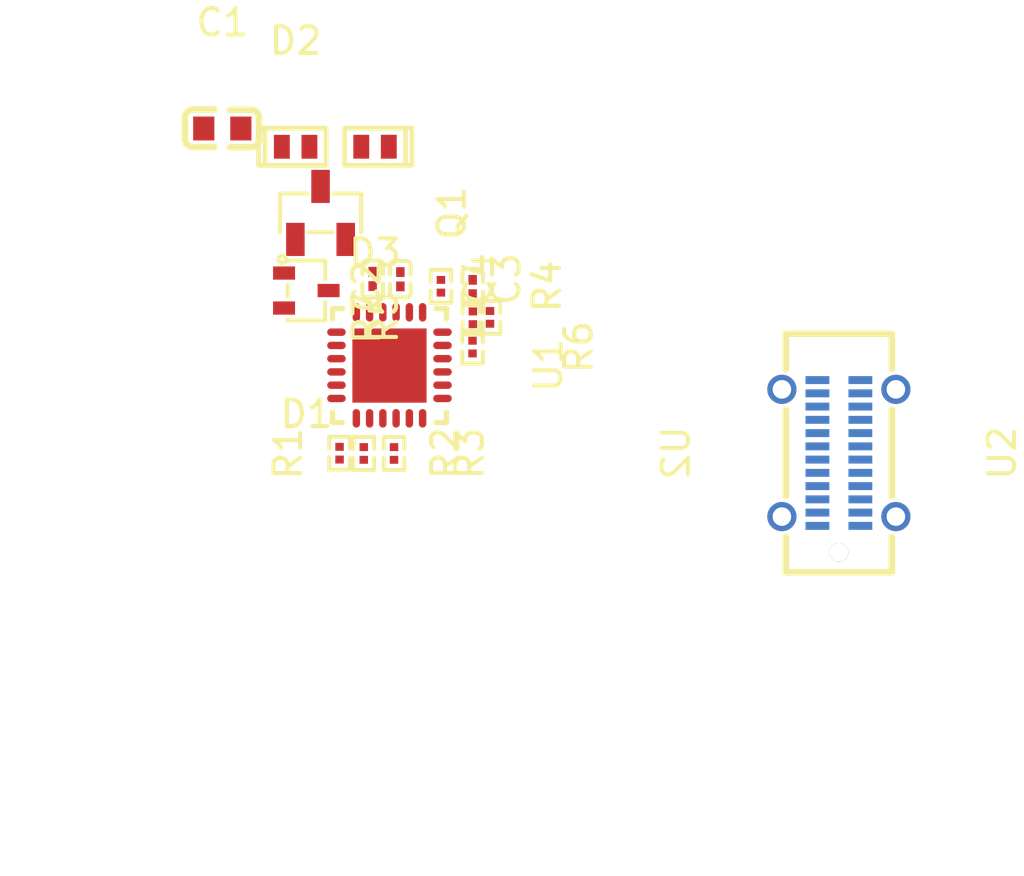
<source format=kicad_pcb>
(kicad_pcb (version 20240108) (generator "pcbnew") (generator_version "8.0")
  (layers (0 "F.Cu" signal) (31 "B.Cu" signal) (34 "B.Paste" user) (35 "F.Paste" user) (36 "B.SilkS" user "B.Silkscreen") (37 "F.SilkS" user "F.Silkscreen") (38 "B.Mask" user) (39 "F.Mask" user) (44 "Edge.Cuts" user))
  (net 0 "")
  (net 1 "hv")
  (net 2 "PD_CONTROLLER.footprint.pins[18].net-net")
  (net 3 "sstxn2")
  (net 4 "alert")
  (net 5 "USB_CONNECTOR-signal-1")
  (net 6 "a_b_side")
  (net 7 "gpio")
  (net 8 "I2C_SCL")
  (net 9 "sstxn1")
  (net 10 "attach")
  (net 11 "USB_CONNECTOR.connector-net")
  (net 12 "power_ok3")
  (net 13 "sstxp1")
  (net 14 "lv")
  (net 15 "net-4")
  (net 16 "net")
  (net 17 "power_ok2")
  (net 18 "USB_CONNECTOR-signal")
  (net 19 "VREG_2V7")
  (net 20 "CC1")
  (net 21 "CC2")
  (net 22 "USB_CONNECTOR-net-1")
  (net 23 "I2C_SDA")
  (net 24 "USB_CONNECTOR-net")
  (net 25 "ssrxp2")
  (net 26 "sstxp2")
  (net 27 "VBUS")
  (net 28 "VREG_1V2")
  (net 29 "net-1")
  (net 30 "net-3")
  (net 31 "VSINK_VCC")
  (net 32 "ssrxn2")
  (net 33 "ssrxn1")
  (net 34 "net-2")
  (net 35 "USB_CONNECTOR.connector-net-1")
  (net 36 "ssrxp1")
  (footprint "lcsc:DFN1610-2_L1.6-W1.0-P1.05-RD" (layer "F.Cu") (at 135.587283 99.861479)
    (property "Reference" "D2" (at 0 -4 360) (layer "F.SilkS"))
    (property "Value" "")
    (fp_line (start -1.4 -0.7) (end -1.4 0.7) (stroke (width 0.18)) (layer "F.SilkS"))
    (fp_line (start -1.4 -0.7) (end 1.15 -0.7) (stroke (width 0.18)) (layer "F.SilkS"))
    (fp_line (start -1.4 0.7) (end 1.15 0.7) (stroke (width 0.18)) (layer "F.SilkS"))
    (fp_line (start -1.15 -0.7) (end -1.15 0.7) (stroke (width 0.18)) (layer "F.SilkS"))
    (fp_line (start 1.15 -0.7) (end 1.15 0.7) (stroke (width 0.18)) (layer "F.SilkS"))
    (fp_text user "${REFERENCE}" (at 0 -4 0) (layer "F.SilkS"))
    (pad "1" smd rect (at -0.52 0 90) (size 0.9 0.6) (layers "F.Cu" "F.Paste" "F.Mask") (net 27 "VBUS"))
    (pad "2" smd rect (at 0.52 0 90) (size 0.9 0.6) (layers "F.Cu" "F.Paste" "F.Mask") (net 14 "lv"))
  )
  (footprint "lcsc:SOT-323-3_L2.1-W1.3-P1.32-LS2.1-BR" (layer "F.Cu") (at 135.99004 105.285141 180)
    (property "Reference" "D1" (at 0 -4.66 360) (layer "F.SilkS"))
    (property "Value" "ESDA25W")
    (fp_line (start 0.7 1.13) (end -0.71 1.13) (stroke (width 0.15)) (layer "F.SilkS"))
    (fp_line (start 0.7 1.09) (end 0.7 1.13) (stroke (width 0.15)) (layer "F.SilkS"))
    (fp_line (start 0.7 -0.23) (end 0.7 0.23) (stroke (width 0.15)) (layer "F.SilkS"))
    (fp_line (start 0.7 -1.13) (end 0.7 -1.09) (stroke (width 0.15)) (layer "F.SilkS"))
    (fp_line (start 0.7 -1.13) (end -0.71 -1.13) (stroke (width 0.15)) (layer "F.SilkS"))
    (fp_line (start -0.71 1.13) (end -0.71 0.43) (stroke (width 0.15)) (layer "F.SilkS"))
    (fp_line (start -0.71 -0.43) (end -0.71 -0.9) (stroke (width 0.15)) (layer "F.SilkS"))
    (fp_line (start -0.71 -1.13) (end -0.71 -0.9) (stroke (width 0.15)) (layer "F.SilkS"))
    (fp_circle (center 0.91 1.18) (end 0.98 1.18) (stroke (width 0.15)) (fill none) (layer "F.SilkS"))
    (fp_text user "${REFERENCE}" (at 0 -4.66 180) (layer "F.SilkS"))
    (pad "1" smd rect (at 0.84 0.66 270) (size 0.5 0.83) (layers "F.Cu" "F.Paste" "F.Mask") (net 20 "CC1"))
    (pad "2" smd rect (at 0.84 -0.66 270) (size 0.5 0.83) (layers "F.Cu" "F.Paste" "F.Mask") (net 21 "CC2"))
    (pad "3" smd rect (at -0.84 0 270) (size 0.5 0.83) (layers "F.Cu" "F.Paste" "F.Mask") (net 14 "lv"))
  )
  (footprint "lcsc:R0201" (layer "F.Cu") (at 138.15782 111.431329 -90)
    (property "Reference" "R3" (at 0 -4 90) (layer "F.SilkS"))
    (property "Value" "4.7kΩ ±1% 50mW")
    (fp_line (start -0.62 0.39) (end -0.62 -0.39) (stroke (width 0.15)) (layer "F.SilkS"))
    (fp_line (start -0.17 0.39) (end -0.62 0.39) (stroke (width 0.15)) (layer "F.SilkS"))
    (fp_line (start 0.17 0.39) (end 0.62 0.39) (stroke (width 0.15)) (layer "F.SilkS"))
    (fp_line (start 0.62 0.39) (end 0.62 -0.39) (stroke (width 0.15)) (layer "F.SilkS"))
    (fp_line (start -0.62 -0.39) (end -0.17 -0.39) (stroke (width 0.15)) (layer "F.SilkS"))
    (fp_line (start 0.62 -0.39) (end 0.17 -0.39) (stroke (width 0.15)) (layer "F.SilkS"))
    (fp_text user "${REFERENCE}" (at 0 -4 -90) (layer "F.SilkS"))
    (pad "1" smd rect (at -0.24 0 270) (size 0.3 0.32) (layers "F.Cu" "F.Paste" "F.Mask") (net 23 "I2C_SDA"))
    (pad "2" smd rect (at 0.24 0 270) (size 0.3 0.32) (layers "F.Cu" "F.Paste" "F.Mask") (net 1 "hv"))
  )
  (footprint "lcsc:C0201" (layer "F.Cu") (at 142.265173 105.151457 90)
    (property "Reference" "C2" (at 0 -4 90) (layer "F.SilkS"))
    (property "Value" "100nF ±10% 10V X5R")
    (fp_line (start 0.53 -0.39) (end 0.17 -0.39) (stroke (width 0.15)) (layer "F.SilkS"))
    (fp_line (start -0.53 -0.39) (end -0.17 -0.39) (stroke (width 0.15)) (layer "F.SilkS"))
    (fp_line (start 0.69 0.24) (end 0.69 -0.24) (stroke (width 0.15)) (layer "F.SilkS"))
    (fp_line (start -0.69 0.24) (end -0.69 -0.24) (stroke (width 0.15)) (layer "F.SilkS"))
    (fp_line (start 0.17 0.39) (end 0.53 0.39) (stroke (width 0.15)) (layer "F.SilkS"))
    (fp_line (start -0.17 0.39) (end -0.53 0.39) (stroke (width 0.15)) (layer "F.SilkS"))
    (fp_arc (start 0.53 -0.39) (mid 0.642835 -0.349658) (end 0.690333 -0.239643) (stroke (width 0.15)) (layer "F.SilkS"))
    (fp_arc (start -0.690333 -0.239643) (mid -0.642835 -0.349658) (end -0.53 -0.39) (stroke (width 0.15)) (layer "F.SilkS"))
    (fp_arc (start 0.69 0.24) (mid 0.642348 0.349658) (end 0.529667 0.389644) (stroke (width 0.15)) (layer "F.SilkS"))
    (fp_arc (start -0.529667 0.389644) (mid -0.642347 0.349658) (end -0.69 0.24) (stroke (width 0.15)) (layer "F.SilkS"))
    (fp_text user "${REFERENCE}" (at 0 -4 90) (layer "F.SilkS"))
    (pad "1" smd rect (at -0.27 0 270) (size 0.37 0.32) (layers "F.Cu" "F.Paste" "F.Mask") (net 16 "net"))
    (pad "2" smd rect (at 0.27 0 270) (size 0.37 0.32) (layers "F.Cu" "F.Paste" "F.Mask") (net 27 "VBUS"))
  )
  (footprint "lcsc:C0603" (layer "F.Cu") (at 132.820111 99.171928)
    (property "Reference" "C1" (at 0 -4 360) (layer "F.SilkS"))
    (property "Value" "4.7µF ±10% 35V X5R")
    (fp_line (start -1.41 -0.41) (end -1.41 0.39) (stroke (width 0.25)) (layer "F.SilkS"))
    (fp_line (start -0.3 -0.72) (end -1.1 -0.72) (stroke (width 0.25)) (layer "F.SilkS"))
    (fp_line (start -0.3 0.7) (end -1.1 0.7) (stroke (width 0.25)) (layer "F.SilkS"))
    (fp_line (start 0.28 -0.71) (end 1.08 -0.71) (stroke (width 0.25)) (layer "F.SilkS"))
    (fp_line (start 0.28 0.71) (end 1.08 0.71) (stroke (width 0.25)) (layer "F.SilkS"))
    (fp_line (start 1.39 -0.4) (end 1.39 0.4) (stroke (width 0.25)) (layer "F.SilkS"))
    (fp_arc (start -1.41 -0.41) (mid -1.319203 -0.629203) (end -1.1 -0.72) (stroke (width 0.25)) (layer "F.SilkS"))
    (fp_arc (start -1.1 0.7) (mid -1.319203 0.609203) (end -1.41 0.39) (stroke (width 0.25)) (layer "F.SilkS"))
    (fp_arc (start 1.08 -0.71) (mid 1.299203 -0.619203) (end 1.39 -0.4) (stroke (width 0.25)) (layer "F.SilkS"))
    (fp_arc (start 1.39 0.4) (mid 1.299203 0.619203) (end 1.08 0.71) (stroke (width 0.25)) (layer "F.SilkS"))
    (fp_text user "${REFERENCE}" (at 0 -4 0) (layer "F.SilkS"))
    (pad "1" smd rect (at -0.7 0) (size 0.8 0.9) (layers "F.Cu" "F.Paste" "F.Mask") (net 14 "lv"))
    (pad "2" smd rect (at 0.7 0) (size 0.8 0.9) (layers "F.Cu" "F.Paste" "F.Mask") (net 27 "VBUS"))
  )
  (footprint "lcsc:C0201" (layer "F.Cu") (at 138.493398 104.846884 -90)
    (property "Reference" "C4" (at 0 -4 90) (layer "F.SilkS"))
    (property "Value" "1µF ±20% 6.3V X5R")
    (fp_line (start -0.17 0.39) (end -0.53 0.39) (stroke (width 0.15)) (layer "F.SilkS"))
    (fp_line (start 0.17 0.39) (end 0.53 0.39) (stroke (width 0.15)) (layer "F.SilkS"))
    (fp_line (start -0.69 0.24) (end -0.69 -0.24) (stroke (width 0.15)) (layer "F.SilkS"))
    (fp_line (start 0.69 0.24) (end 0.69 -0.24) (stroke (width 0.15)) (layer "F.SilkS"))
    (fp_line (start -0.53 -0.39) (end -0.17 -0.39) (stroke (width 0.15)) (layer "F.SilkS"))
    (fp_line (start 0.53 -0.39) (end 0.17 -0.39) (stroke (width 0.15)) (layer "F.SilkS"))
    (fp_arc (start -0.529667 0.389644) (mid -0.642347 0.349658) (end -0.69 0.24) (stroke (width 0.15)) (layer "F.SilkS"))
    (fp_arc (start 0.69 0.24) (mid 0.642348 0.349658) (end 0.529667 0.389644) (stroke (width 0.15)) (layer "F.SilkS"))
    (fp_arc (start -0.690333 -0.239643) (mid -0.642835 -0.349658) (end -0.53 -0.39) (stroke (width 0.15)) (layer "F.SilkS"))
    (fp_arc (start 0.53 -0.39) (mid 0.642835 -0.349658) (end 0.690333 -0.239643) (stroke (width 0.15)) (layer "F.SilkS"))
    (fp_text user "${REFERENCE}" (at 0 -4 -90) (layer "F.SilkS"))
    (pad "1" smd rect (at -0.27 0 270) (size 0.37 0.32) (layers "F.Cu" "F.Paste" "F.Mask") (net 14 "lv"))
    (pad "2" smd rect (at 0.27 0 270) (size 0.37 0.32) (layers "F.Cu" "F.Paste" "F.Mask") (net 19 "VREG_2V7"))
  )
  (footprint "lcsc:R0201" (layer "F.Cu") (at 139.299319 111.431531 90)
    (property "Reference" "R1" (at 0 -4 90) (layer "F.SilkS"))
    (property "Value" "1kΩ ±1% 50mW")
    (fp_line (start 0.62 -0.39) (end 0.17 -0.39) (stroke (width 0.15)) (layer "F.SilkS"))
    (fp_line (start -0.62 -0.39) (end -0.17 -0.39) (stroke (width 0.15)) (layer "F.SilkS"))
    (fp_line (start 0.62 0.39) (end 0.62 -0.39) (stroke (width 0.15)) (layer "F.SilkS"))
    (fp_line (start 0.17 0.39) (end 0.62 0.39) (stroke (width 0.15)) (layer "F.SilkS"))
    (fp_line (start -0.17 0.39) (end -0.62 0.39) (stroke (width 0.15)) (layer "F.SilkS"))
    (fp_line (start -0.62 0.39) (end -0.62 -0.39) (stroke (width 0.15)) (layer "F.SilkS"))
    (fp_text user "${REFERENCE}" (at 0 -4 90) (layer "F.SilkS"))
    (pad "1" smd rect (at -0.24 0 90) (size 0.3 0.32) (layers "F.Cu" "F.Paste" "F.Mask") (net 27 "VBUS"))
    (pad "2" smd rect (at 0.24 0 90) (size 0.3 0.32) (layers "F.Cu" "F.Paste" "F.Mask") (net 29 "net-1"))
  )
  (footprint "lcsc:SOT-23-3_L2.9-W1.3-P1.90-LS2.4-BR-1" (layer "F.Cu") (at 136.527456 102.356702 -90)
    (property "Reference" "Q1" (at 0 -4.95 90) (layer "F.SilkS"))
    (property "Value" "MOSFET")
    (fp_line (start -0.73 1.53) (end -0.73 0.49) (stroke (width 0.15)) (layer "F.SilkS"))
    (fp_line (start 0.73 1.53) (end -0.73 1.53) (stroke (width 0.15)) (layer "F.SilkS"))
    (fp_line (start 0.73 -0.46) (end 0.73 0.46) (stroke (width 0.15)) (layer "F.SilkS"))
    (fp_line (start -0.73 -1.53) (end -0.73 -0.49) (stroke (width 0.15)) (layer "F.SilkS"))
    (fp_line (start 0.73 -1.53) (end -0.73 -1.53) (stroke (width 0.15)) (layer "F.SilkS"))
    (fp_text user "${REFERENCE}" (at 0 -4.95 -90) (layer "F.SilkS"))
    (pad "1" smd rect (at 1 0.95 270) (size 1.25 0.7) (layers "F.Cu" "F.Paste" "F.Mask") (net 15 "net-4"))
    (pad "2" smd rect (at 1 -0.95 270) (size 1.25 0.7) (layers "F.Cu" "F.Paste" "F.Mask") (net 27 "VBUS"))
    (pad "3" smd rect (at -1 0 270) (size 1.25 0.7) (layers "F.Cu" "F.Paste" "F.Mask") (net 31 "VSINK_VCC"))
  )
  (footprint "lcsc:R0201" (layer "F.Cu") (at 141.068629 105.124169 -90)
    (property "Reference" "R4" (at 0 -4 90) (layer "F.SilkS"))
    (property "Value" "1kΩ ±1% 50mW")
    (fp_line (start -0.62 0.39) (end -0.62 -0.39) (stroke (width 0.15)) (layer "F.SilkS"))
    (fp_line (start -0.17 0.39) (end -0.62 0.39) (stroke (width 0.15)) (layer "F.SilkS"))
    (fp_line (start 0.17 0.39) (end 0.62 0.39) (stroke (width 0.15)) (layer "F.SilkS"))
    (fp_line (start 0.62 0.39) (end 0.62 -0.39) (stroke (width 0.15)) (layer "F.SilkS"))
    (fp_line (start -0.62 -0.39) (end -0.17 -0.39) (stroke (width 0.15)) (layer "F.SilkS"))
    (fp_line (start 0.62 -0.39) (end 0.17 -0.39) (stroke (width 0.15)) (layer "F.SilkS"))
    (fp_text user "${REFERENCE}" (at 0 -4 -90) (layer "F.SilkS"))
    (pad "1" smd rect (at -0.24 0 270) (size 0.3 0.32) (layers "F.Cu" "F.Paste" "F.Mask") (net 27 "VBUS"))
    (pad "2" smd rect (at 0.24 0 270) (size 0.3 0.32) (layers "F.Cu" "F.Paste" "F.Mask") (net 30 "net-3"))
  )
  (footprint "lcsc:R0201" (layer "F.Cu") (at 142.261243 107.418269 -90)
    (property "Reference" "R6" (at 0 -4 90) (layer "F.SilkS"))
    (property "Value" "22.1kΩ ±1% 50mW")
    (fp_line (start -0.62 0.39) (end -0.62 -0.39) (stroke (width 0.15)) (layer "F.SilkS"))
    (fp_line (start -0.17 0.39) (end -0.62 0.39) (stroke (width 0.15)) (layer "F.SilkS"))
    (fp_line (start 0.17 0.39) (end 0.62 0.39) (stroke (width 0.15)) (layer "F.SilkS"))
    (fp_line (start 0.62 0.39) (end 0.62 -0.39) (stroke (width 0.15)) (layer "F.SilkS"))
    (fp_line (start -0.62 -0.39) (end -0.17 -0.39) (stroke (width 0.15)) (layer "F.SilkS"))
    (fp_line (start 0.62 -0.39) (end 0.17 -0.39) (stroke (width 0.15)) (layer "F.SilkS"))
    (fp_text user "${REFERENCE}" (at 0 -4 -90) (layer "F.SilkS"))
    (pad "1" smd rect (at -0.24 0 270) (size 0.3 0.32) (layers "F.Cu" "F.Paste" "F.Mask") (net 15 "net-4"))
    (pad "2" smd rect (at 0.24 0 270) (size 0.3 0.32) (layers "F.Cu" "F.Paste" "F.Mask") (net 34 "net-2"))
  )
  (footprint "lcsc:R0201" (layer "F.Cu") (at 142.920012 106.297619 90)
    (property "Reference" "R5" (at 0 -4 90) (layer "F.SilkS"))
    (property "Value" "100kΩ ±1% 50mW")
    (fp_line (start 0.62 -0.39) (end 0.17 -0.39) (stroke (width 0.15)) (layer "F.SilkS"))
    (fp_line (start -0.62 -0.39) (end -0.17 -0.39) (stroke (width 0.15)) (layer "F.SilkS"))
    (fp_line (start 0.62 0.39) (end 0.62 -0.39) (stroke (width 0.15)) (layer "F.SilkS"))
    (fp_line (start 0.17 0.39) (end 0.62 0.39) (stroke (width 0.15)) (layer "F.SilkS"))
    (fp_line (start -0.17 0.39) (end -0.62 0.39) (stroke (width 0.15)) (layer "F.SilkS"))
    (fp_line (start -0.62 0.39) (end -0.62 -0.39) (stroke (width 0.15)) (layer "F.SilkS"))
    (fp_text user "${REFERENCE}" (at 0 -4 90) (layer "F.SilkS"))
    (pad "1" smd rect (at -0.24 0 90) (size 0.3 0.32) (layers "F.Cu" "F.Paste" "F.Mask") (net 15 "net-4"))
    (pad "2" smd rect (at 0.24 0 90) (size 0.3 0.32) (layers "F.Cu" "F.Paste" "F.Mask") (net 31 "VSINK_VCC"))
  )
  (footprint "lcsc:R0201" (layer "F.Cu") (at 137.244132 111.422183 -90)
    (property "Reference" "R2" (at 0 -4 90) (layer "F.SilkS"))
    (property "Value" "4.7kΩ ±1% 50mW")
    (fp_line (start -0.62 0.39) (end -0.62 -0.39) (stroke (width 0.15)) (layer "F.SilkS"))
    (fp_line (start -0.17 0.39) (end -0.62 0.39) (stroke (width 0.15)) (layer "F.SilkS"))
    (fp_line (start 0.17 0.39) (end 0.62 0.39) (stroke (width 0.15)) (layer "F.SilkS"))
    (fp_line (start 0.62 0.39) (end 0.62 -0.39) (stroke (width 0.15)) (layer "F.SilkS"))
    (fp_line (start -0.62 -0.39) (end -0.17 -0.39) (stroke (width 0.15)) (layer "F.SilkS"))
    (fp_line (start 0.62 -0.39) (end 0.17 -0.39) (stroke (width 0.15)) (layer "F.SilkS"))
    (fp_text user "${REFERENCE}" (at 0 -4 -90) (layer "F.SilkS"))
    (pad "1" smd rect (at -0.24 0 270) (size 0.3 0.32) (layers "F.Cu" "F.Paste" "F.Mask") (net 8 "I2C_SCL"))
    (pad "2" smd rect (at 0.24 0 270) (size 0.3 0.32) (layers "F.Cu" "F.Paste" "F.Mask") (net 1 "hv"))
  )
  (footprint "lcsc:QFN-24_L4.0-W4.0-P0.50-BL-EP2.8" (layer "F.Cu") (at 139.127377 108.106122 -90)
    (property "Reference" "U1" (at 0 -6 90) (layer "F.SilkS"))
    (property "Value" "STUSB4500QTR")
    (fp_line (start -2.14 2.15) (end -2.14 1.75) (stroke (width 0.2)) (layer "F.SilkS"))
    (fp_line (start -1.74 2.15) (end -2.14 2.15) (stroke (width 0.2)) (layer "F.SilkS"))
    (fp_line (start 2.16 2.15) (end 1.76 2.15) (stroke (width 0.2)) (layer "F.SilkS"))
    (fp_line (start 2.16 1.75) (end 2.16 2.15) (stroke (width 0.2)) (layer "F.SilkS"))
    (fp_line (start -2.14 -1.75) (end -2.14 -2.15) (stroke (width 0.2)) (layer "F.SilkS"))
    (fp_line (start 2.16 -1.75) (end 2.16 -2.15) (stroke (width 0.2)) (layer "F.SilkS"))
    (fp_line (start -2.14 -2.15) (end -1.74 -2.15) (stroke (width 0.2)) (layer "F.SilkS"))
    (fp_line (start 2.16 -2.15) (end 1.76 -2.15) (stroke (width 0.2)) (layer "F.SilkS"))
    (fp_text user "${REFERENCE}" (at 0 -6 -90) (layer "F.SilkS"))
    (pad "1" smd oval (at -1.25 2 90) (size 0.28 0.7) (layers "F.Cu" "F.Paste" "F.Mask") (net 20 "CC1"))
    (pad "2" smd oval (at -0.75 2 90) (size 0.28 0.7) (layers "F.Cu" "F.Paste" "F.Mask") (net 20 "CC1"))
    (pad "3" smd oval (at -0.25 2 90) (size 0.28 0.7) (layers "F.Cu" "F.Paste" "F.Mask") (net 2 "PD_CONTROLLER.footprint.pins[18].net-net"))
    (pad "4" smd oval (at 0.25 2 90) (size 0.28 0.7) (layers "F.Cu" "F.Paste" "F.Mask") (net 21 "CC2"))
    (pad "5" smd oval (at 0.75 2 90) (size 0.28 0.7) (layers "F.Cu" "F.Paste" "F.Mask") (net 21 "CC2"))
    (pad "6" smd oval (at 1.25 2 90) (size 0.28 0.7) (layers "F.Cu" "F.Paste" "F.Mask") (net 14 "lv"))
    (pad "7" smd oval (at 2 1.25) (size 0.28 0.7) (layers "F.Cu" "F.Paste" "F.Mask") (net 8 "I2C_SCL"))
    (pad "8" smd oval (at 2 0.75) (size 0.28 0.7) (layers "F.Cu" "F.Paste" "F.Mask") (net 23 "I2C_SDA"))
    (pad "9" smd oval (at 2 0.25) (size 0.28 0.7) (layers "F.Cu" "F.Paste" "F.Mask") (net 29 "net-1"))
    (pad "10" smd oval (at 2 -0.25) (size 0.28 0.7) (layers "F.Cu" "F.Paste" "F.Mask") (net 14 "lv"))
    (pad "11" smd oval (at 2 -0.75) (size 0.28 0.7) (layers "F.Cu" "F.Paste" "F.Mask") (net 10 "attach"))
    (pad "12" smd oval (at 2 -1.25) (size 0.28 0.7) (layers "F.Cu" "F.Paste" "F.Mask") (net 14 "lv"))
    (pad "13" smd oval (at 1.25 -2 90) (size 0.28 0.7) (layers "F.Cu" "F.Paste" "F.Mask") (net 14 "lv"))
    (pad "14" smd oval (at 0.75 -2 90) (size 0.28 0.7) (layers "F.Cu" "F.Paste" "F.Mask") (net 12 "power_ok3"))
    (pad "15" smd oval (at 0.25 -2 90) (size 0.28 0.7) (layers "F.Cu" "F.Paste" "F.Mask") (net 7 "gpio"))
    (pad "16" smd oval (at -0.25 -2 90) (size 0.28 0.7) (layers "F.Cu" "F.Paste" "F.Mask") (net 34 "net-2"))
    (pad "17" smd oval (at -0.75 -2 90) (size 0.28 0.7) (layers "F.Cu" "F.Paste" "F.Mask") (net 6 "a_b_side"))
    (pad "18" smd oval (at -1.25 -2 90) (size 0.28 0.7) (layers "F.Cu" "F.Paste" "F.Mask") (net 30 "net-3"))
    (pad "19" smd oval (at -2 -1.25) (size 0.28 0.7) (layers "F.Cu" "F.Paste" "F.Mask") (net 4 "alert"))
    (pad "20" smd oval (at -2 -0.75) (size 0.28 0.7) (layers "F.Cu" "F.Paste" "F.Mask") (net 17 "power_ok2"))
    (pad "21" smd oval (at -2 -0.25) (size 0.28 0.7) (layers "F.Cu" "F.Paste" "F.Mask") (net 28 "VREG_1V2"))
    (pad "22" smd oval (at -2 0.25) (size 0.28 0.7) (layers "F.Cu" "F.Paste" "F.Mask") (net 14 "lv"))
    (pad "23" smd oval (at -2 0.75) (size 0.28 0.7) (layers "F.Cu" "F.Paste" "F.Mask") (net 19 "VREG_2V7"))
    (pad "24" smd oval (at -2 1.25) (size 0.28 0.7) (layers "F.Cu" "F.Paste" "F.Mask") (net 27 "VBUS"))
    (pad "25" smd rect (at 0.01 0) (size 2.8 2.8) (layers "F.Cu" "F.Paste" "F.Mask") (net 14 "lv"))
  )
  (footprint "lcsc:C0201" (layer "F.Cu") (at 139.53801 104.857984 -90)
    (property "Reference" "C3" (at 0 -4 90) (layer "F.SilkS"))
    (property "Value" "1µF ±20% 6.3V X5R")
    (fp_line (start -0.17 0.39) (end -0.53 0.39) (stroke (width 0.15)) (layer "F.SilkS"))
    (fp_line (start 0.17 0.39) (end 0.53 0.39) (stroke (width 0.15)) (layer "F.SilkS"))
    (fp_line (start -0.69 0.24) (end -0.69 -0.24) (stroke (width 0.15)) (layer "F.SilkS"))
    (fp_line (start 0.69 0.24) (end 0.69 -0.24) (stroke (width 0.15)) (layer "F.SilkS"))
    (fp_line (start -0.53 -0.39) (end -0.17 -0.39) (stroke (width 0.15)) (layer "F.SilkS"))
    (fp_line (start 0.53 -0.39) (end 0.17 -0.39) (stroke (width 0.15)) (layer "F.SilkS"))
    (fp_arc (start -0.529667 0.389644) (mid -0.642347 0.349658) (end -0.69 0.24) (stroke (width 0.15)) (layer "F.SilkS"))
    (fp_arc (start 0.69 0.24) (mid 0.642348 0.349658) (end 0.529667 0.389644) (stroke (width 0.15)) (layer "F.SilkS"))
    (fp_arc (start -0.690333 -0.239643) (mid -0.642835 -0.349658) (end -0.53 -0.39) (stroke (width 0.15)) (layer "F.SilkS"))
    (fp_arc (start 0.53 -0.39) (mid 0.642835 -0.349658) (end 0.690333 -0.239643) (stroke (width 0.15)) (layer "F.SilkS"))
    (fp_text user "${REFERENCE}" (at 0 -4 -90) (layer "F.SilkS"))
    (pad "1" smd rect (at -0.27 0 270) (size 0.37 0.32) (layers "F.Cu" "F.Paste" "F.Mask") (net 14 "lv"))
    (pad "2" smd rect (at 0.27 0 270) (size 0.37 0.32) (layers "F.Cu" "F.Paste" "F.Mask") (net 28 "VREG_1V2"))
  )
  (footprint "lcsc:DFN1610-2_L1.6-W1.0-P1.05-RD" (layer "F.Cu") (at 138.582556 99.85997 180)
    (property "Reference" "D3" (at 0 -4 360) (layer "F.SilkS"))
    (property "Value" "")
    (fp_line (start 1.15 -0.7) (end 1.15 0.7) (stroke (width 0.18)) (layer "F.SilkS"))
    (fp_line (start -1.15 -0.7) (end -1.15 0.7) (stroke (width 0.18)) (layer "F.SilkS"))
    (fp_line (start -1.4 0.7) (end 1.15 0.7) (stroke (width 0.18)) (layer "F.SilkS"))
    (fp_line (start -1.4 -0.7) (end 1.15 -0.7) (stroke (width 0.18)) (layer "F.SilkS"))
    (fp_line (start -1.4 -0.7) (end -1.4 0.7) (stroke (width 0.18)) (layer "F.SilkS"))
    (fp_text user "${REFERENCE}" (at 0 -4 180) (layer "F.SilkS"))
    (pad "1" smd rect (at -0.52 0 270) (size 0.9 0.6) (layers "F.Cu" "F.Paste" "F.Mask") (net 31 "VSINK_VCC"))
    (pad "2" smd rect (at 0.52 0 270) (size 0.9 0.6) (layers "F.Cu" "F.Paste" "F.Mask") (net 14 "lv"))
  )
  (footprint "lcsc:R0201" (layer "F.Cu") (at 142.272787 106.313822 90)
    (property "Reference" "R7" (at 0 -4 90) (layer "F.SilkS"))
    (property "Value" "100Ω ±1% 50mW")
    (fp_line (start 0.62 -0.39) (end 0.17 -0.39) (stroke (width 0.15)) (layer "F.SilkS"))
    (fp_line (start -0.62 -0.39) (end -0.17 -0.39) (stroke (width 0.15)) (layer "F.SilkS"))
    (fp_line (start 0.62 0.39) (end 0.62 -0.39) (stroke (width 0.15)) (layer "F.SilkS"))
    (fp_line (start 0.17 0.39) (end 0.62 0.39) (stroke (width 0.15)) (layer "F.SilkS"))
    (fp_line (start -0.17 0.39) (end -0.62 0.39) (stroke (width 0.15)) (layer "F.SilkS"))
    (fp_line (start -0.62 0.39) (end -0.62 -0.39) (stroke (width 0.15)) (layer "F.SilkS"))
    (fp_text user "${REFERENCE}" (at 0 -4 90) (layer "F.SilkS"))
    (pad "1" smd rect (at -0.24 0 90) (size 0.3 0.32) (layers "F.Cu" "F.Paste" "F.Mask") (net 15 "net-4"))
    (pad "2" smd rect (at 0.24 0 90) (size 0.3 0.32) (layers "F.Cu" "F.Paste" "F.Mask") (net 16 "net"))
  )
  (footprint "lcsc:USB-C-SMD_HC-TYPE-C-24P-VS9.3-5A-F1.1-04" (layer "B.Cu") (at 156.082672 111.413436 -90)
    (property "Reference" "U2" (at 0 6.15 90) (layer "F.SilkS") (effects (justify mirror)))
    (property "Value" "_HCTL_HC_TYPE_C_24P_VS9_3_5A_F1_1_04")
    (fp_line (start -4.5 2) (end -4.5 -2) (stroke (width 0.25)) (layer "F.SilkS"))
    (fp_line (start -3.17 2) (end -4.5 2) (stroke (width 0.25)) (layer "F.SilkS"))
    (fp_line (start 1.63 2) (end -1.63 2) (stroke (width 0.25)) (layer "F.SilkS"))
    (fp_line (start 4.5 2) (end 3.17 2) (stroke (width 0.25)) (layer "F.SilkS"))
    (fp_line (start -4.5 -2) (end -3.17 -2) (stroke (width 0.25)) (layer "F.SilkS"))
    (fp_line (start -1.63 -2) (end 1.63 -2) (stroke (width 0.25)) (layer "F.SilkS"))
    (fp_line (start 3.17 -2) (end 4.5 -2) (stroke (width 0.25)) (layer "F.SilkS"))
    (fp_line (start 4.5 -2) (end 4.5 2) (stroke (width 0.25)) (layer "F.SilkS"))
    (fp_text user "${REFERENCE}" (at 0 -6.15 -90) (layer "F.SilkS"))
    (pad "" thru_hole circle (at 3.75 0 90) (size 0.7 0.7) (drill 0.7) (layers "*.Cu" "*.Mask"))
    (pad "" thru_hole circle (at 3.75 0 90) (size 0.7 0.7) (drill 0.7) (layers "*.Cu" "*.Mask"))
    (pad "25" thru_hole circle (at -2.4 2.15 90) (size 1.1 1.1) (drill 0.700024) (layers "*.Cu" "*.Mask") (net 11 "USB_CONNECTOR.connector-net"))
    (pad "26" thru_hole circle (at 2.4 2.15 90) (size 1.1 1.1) (drill 0.700024) (layers "*.Cu" "*.Mask") (net 11 "USB_CONNECTOR.connector-net"))
    (pad "27" thru_hole circle (at 2.4 -2.15 90) (size 1.1 1.1) (drill 0.700024) (layers "*.Cu" "*.Mask") (net 11 "USB_CONNECTOR.connector-net"))
    (pad "28" thru_hole circle (at -2.4 -2.15 90) (size 1.1 1.1) (drill 0.700024) (layers "*.Cu" "*.Mask") (net 11 "USB_CONNECTOR.connector-net"))
    (pad "A1" smd rect (at -2.75 0.81 90) (size 0.3 0.9) (layers "B.Cu" "B.Paste" "B.Mask") (net 35 "USB_CONNECTOR.connector-net-1"))
    (pad "A2" smd rect (at -2.25 0.81 90) (size 0.3 0.9) (layers "B.Cu" "B.Paste" "B.Mask") (net 13 "sstxp1"))
    (pad "A3" smd rect (at -1.75 0.81 90) (size 0.3 0.9) (layers "B.Cu" "B.Paste" "B.Mask") (net 9 "sstxn1"))
    (pad "A4" smd rect (at -1.25 0.81 90) (size 0.3 0.9) (layers "B.Cu" "B.Paste" "B.Mask") (net 27 "VBUS"))
    (pad "A5" smd rect (at -0.75 0.81 90) (size 0.3 0.9) (layers "B.Cu" "B.Paste" "B.Mask") (net 20 "CC1"))
    (pad "A6" smd rect (at -0.25 0.81 90) (size 0.3 0.9) (layers "B.Cu" "B.Paste" "B.Mask") (net 22 "USB_CONNECTOR-net-1"))
    (pad "A7" smd rect (at 0.25 0.81 90) (size 0.3 0.9) (layers "B.Cu" "B.Paste" "B.Mask") (net 24 "USB_CONNECTOR-net"))
    (pad "A8" smd rect (at 0.75 0.81 90) (size 0.3 0.9) (layers "B.Cu" "B.Paste" "B.Mask") (net 5 "USB_CONNECTOR-signal-1"))
    (pad "A9" smd rect (at 1.25 0.81 90) (size 0.3 0.9) (layers "B.Cu" "B.Paste" "B.Mask") (net 27 "VBUS"))
    (pad "A10" smd rect (at 1.75 0.81 90) (size 0.3 0.9) (layers "B.Cu" "B.Paste" "B.Mask") (net 32 "ssrxn2"))
    (pad "A11" smd rect (at 2.25 0.81 90) (size 0.3 0.9) (layers "B.Cu" "B.Paste" "B.Mask") (net 25 "ssrxp2"))
    (pad "A12" smd rect (at 2.75 0.81 90) (size 0.3 0.9) (layers "B.Cu" "B.Paste" "B.Mask") (net 35 "USB_CONNECTOR.connector-net-1"))
    (pad "B1" smd rect (at 2.75 -0.81 90) (size 0.3 0.9) (layers "B.Cu" "B.Paste" "B.Mask") (net 35 "USB_CONNECTOR.connector-net-1"))
    (pad "B2" smd rect (at 2.25 -0.81 90) (size 0.3 0.9) (layers "B.Cu" "B.Paste" "B.Mask") (net 26 "sstxp2"))
    (pad "B3" smd rect (at 1.75 -0.81 90) (size 0.3 0.9) (layers "B.Cu" "B.Paste" "B.Mask") (net 3 "sstxn2"))
    (pad "B4" smd rect (at 1.25 -0.81 90) (size 0.3 0.9) (layers "B.Cu" "B.Paste" "B.Mask") (net 27 "VBUS"))
    (pad "B5" smd rect (at 0.75 -0.81 90) (size 0.3 0.9) (layers "B.Cu" "B.Paste" "B.Mask") (net 21 "CC2"))
    (pad "B6" smd rect (at 0.25 -0.81 90) (size 0.3 0.9) (layers "B.Cu" "B.Paste" "B.Mask") (net 22 "USB_CONNECTOR-net-1"))
    (pad "B7" smd rect (at -0.25 -0.81 90) (size 0.3 0.9) (layers "B.Cu" "B.Paste" "B.Mask") (net 24 "USB_CONNECTOR-net"))
    (pad "B8" smd rect (at -0.75 -0.81 90) (size 0.3 0.9) (layers "B.Cu" "B.Paste" "B.Mask") (net 18 "USB_CONNECTOR-signal"))
    (pad "B9" smd rect (at -1.25 -0.81 90) (size 0.3 0.9) (layers "B.Cu" "B.Paste" "B.Mask") (net 27 "VBUS"))
    (pad "B10" smd rect (at -1.75 -0.81 90) (size 0.3 0.9) (layers "B.Cu" "B.Paste" "B.Mask") (net 33 "ssrxn1"))
    (pad "B11" smd rect (at -2.25 -0.81 90) (size 0.3 0.9) (layers "B.Cu" "B.Paste" "B.Mask") (net 36 "ssrxp1"))
    (pad "B12" smd rect (at -2.75 -0.81 90) (size 0.3 0.9) (layers "B.Cu" "B.Paste" "B.Mask") (net 35 "USB_CONNECTOR.connector-net-1"))
  )
)
</source>
